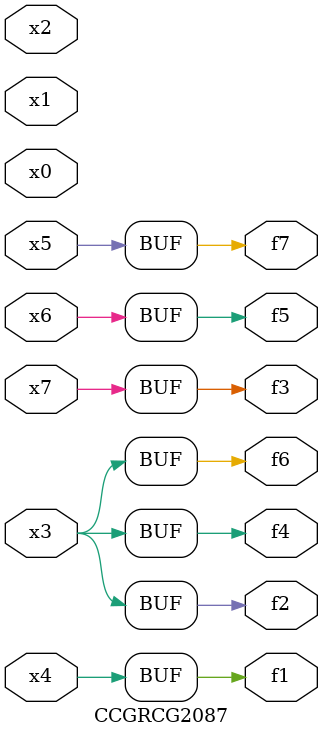
<source format=v>
module CCGRCG2087(
	input x0, x1, x2, x3, x4, x5, x6, x7,
	output f1, f2, f3, f4, f5, f6, f7
);
	assign f1 = x4;
	assign f2 = x3;
	assign f3 = x7;
	assign f4 = x3;
	assign f5 = x6;
	assign f6 = x3;
	assign f7 = x5;
endmodule

</source>
